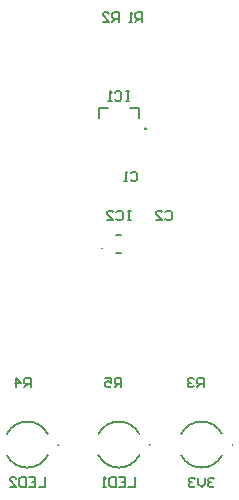
<source format=gbo>
G04*
G04 #@! TF.GenerationSoftware,Altium Limited,Altium Designer,21.5.1 (32)*
G04*
G04 Layer_Color=32896*
%FSLAX25Y25*%
%MOIN*%
G70*
G04*
G04 #@! TF.SameCoordinates,B44AFF20-6257-4841-829A-698601589143*
G04*
G04*
G04 #@! TF.FilePolarity,Positive*
G04*
G01*
G75*
%ADD11C,0.00600*%
%ADD12C,0.01000*%
%ADD36C,0.00787*%
%ADD37C,0.00394*%
D11*
X42282Y12820D02*
Y9621D01*
X40150D01*
X36950Y12820D02*
X39083D01*
Y9621D01*
X36950D01*
X39083Y11220D02*
X38017D01*
X35884Y12820D02*
Y9621D01*
X34285D01*
X33751Y10154D01*
Y12287D01*
X34285Y12820D01*
X35884D01*
X30553Y9621D02*
X32685D01*
X30553Y11754D01*
Y12287D01*
X31086Y12820D01*
X32152D01*
X32685Y12287D01*
X72261Y12820D02*
Y9621D01*
X70128D01*
X66929Y12820D02*
X69062D01*
Y9621D01*
X66929D01*
X69062Y11220D02*
X67996D01*
X65863Y12820D02*
Y9621D01*
X64263D01*
X63730Y10154D01*
Y12287D01*
X64263Y12820D01*
X65863D01*
X62664Y9621D02*
X61598D01*
X62131D01*
Y12820D01*
X62664Y12287D01*
X98753Y12090D02*
X98220Y12623D01*
X97154D01*
X96621Y12090D01*
Y11557D01*
X97154Y11024D01*
X97687D01*
X97154D01*
X96621Y10491D01*
Y9957D01*
X97154Y9424D01*
X98220D01*
X98753Y9957D01*
X95555Y12623D02*
Y10491D01*
X94488Y9424D01*
X93422Y10491D01*
Y12623D01*
X92356Y12090D02*
X91822Y12623D01*
X90756D01*
X90223Y12090D01*
Y11557D01*
X90756Y11024D01*
X91289D01*
X90756D01*
X90223Y10491D01*
Y9957D01*
X90756Y9424D01*
X91822D01*
X92356Y9957D01*
X67626Y42692D02*
Y45891D01*
X66027D01*
X65494Y45358D01*
Y44291D01*
X66027Y43758D01*
X67626D01*
X66560D02*
X65494Y42692D01*
X62295Y45891D02*
X64428D01*
Y44291D01*
X63361Y44824D01*
X62828D01*
X62295Y44291D01*
Y43225D01*
X62828Y42692D01*
X63894D01*
X64428Y43225D01*
X37599Y42692D02*
Y45891D01*
X35999D01*
X35466Y45358D01*
Y44291D01*
X35999Y43758D01*
X37599D01*
X36533D02*
X35466Y42692D01*
X32800D02*
Y45891D01*
X34400Y44291D01*
X32267D01*
X95186Y42692D02*
Y45891D01*
X93586D01*
X93053Y45358D01*
Y44291D01*
X93586Y43758D01*
X95186D01*
X94119D02*
X93053Y42692D01*
X91987Y45358D02*
X91453Y45891D01*
X90387D01*
X89854Y45358D01*
Y44824D01*
X90387Y44291D01*
X90920D01*
X90387D01*
X89854Y43758D01*
Y43225D01*
X90387Y42692D01*
X91453D01*
X91987Y43225D01*
X70928Y101600D02*
X69862D01*
X70395D01*
Y98400D01*
X70928D01*
X69862D01*
X66129Y101066D02*
X66663Y101600D01*
X67729D01*
X68262Y101066D01*
Y98934D01*
X67729Y98400D01*
X66663D01*
X66129Y98934D01*
X62930Y98400D02*
X65063D01*
X62930Y100533D01*
Y101066D01*
X63464Y101600D01*
X64530D01*
X65063Y101066D01*
X82423D02*
X82956Y101600D01*
X84022D01*
X84556Y101066D01*
Y98934D01*
X84022Y98400D01*
X82956D01*
X82423Y98934D01*
X79224Y98400D02*
X81357D01*
X79224Y100533D01*
Y101066D01*
X79757Y101600D01*
X80823D01*
X81357Y101066D01*
X70866Y114058D02*
X71399Y114592D01*
X72466D01*
X72999Y114058D01*
Y111926D01*
X72466Y111393D01*
X71399D01*
X70866Y111926D01*
X69800Y111393D02*
X68734D01*
X69267D01*
Y114592D01*
X69800Y114058D01*
X66839Y164542D02*
Y167741D01*
X65240D01*
X64706Y167208D01*
Y166142D01*
X65240Y165609D01*
X66839D01*
X65773D02*
X64706Y164542D01*
X61507D02*
X63640D01*
X61507Y166675D01*
Y167208D01*
X62041Y167741D01*
X63107D01*
X63640Y167208D01*
X74574Y164542D02*
Y167741D01*
X72974D01*
X72441Y167208D01*
Y166142D01*
X72974Y165609D01*
X74574D01*
X73507D02*
X72441Y164542D01*
X71375D02*
X70308D01*
X70841D01*
Y167741D01*
X71375Y167208D01*
X70395Y141363D02*
X69328D01*
X69862D01*
Y138164D01*
X70395D01*
X69328D01*
X65596Y140830D02*
X66129Y141363D01*
X67196D01*
X67729Y140830D01*
Y138698D01*
X67196Y138164D01*
X66129D01*
X65596Y138698D01*
X64530Y138164D02*
X63464D01*
X63997D01*
Y141363D01*
X64530Y140830D01*
D12*
X75828Y128937D02*
G03*
X75828Y128937I-139J0D01*
G01*
D36*
X46760Y23555D02*
G03*
X46760Y23555I-146J0D01*
G01*
X43227Y27167D02*
G03*
X29608Y27167I-6810J-3545D01*
G01*
Y20077D02*
G03*
X43227Y20077I6810J3545D01*
G01*
X87678D02*
G03*
X101298Y20077I6810J3545D01*
G01*
Y27167D02*
G03*
X87678Y27167I-6810J-3545D01*
G01*
X104831Y23555D02*
G03*
X104831Y23555I-146J0D01*
G01*
X60119Y20077D02*
G03*
X73739Y20077I6810J3545D01*
G01*
Y27167D02*
G03*
X60119Y27167I-6810J-3545D01*
G01*
X77272Y23555D02*
G03*
X77272Y23555I-146J0D01*
G01*
X60236Y135827D02*
X63189D01*
X60236Y132382D02*
Y135827D01*
X70571D02*
X73524D01*
Y132382D02*
Y135827D01*
X66142Y87598D02*
X67716D01*
X66142Y93504D02*
X67716D01*
D37*
X61417Y88976D02*
G03*
X61024Y88976I-197J0D01*
G01*
D02*
G03*
X61417Y88976I197J0D01*
G01*
M02*

</source>
